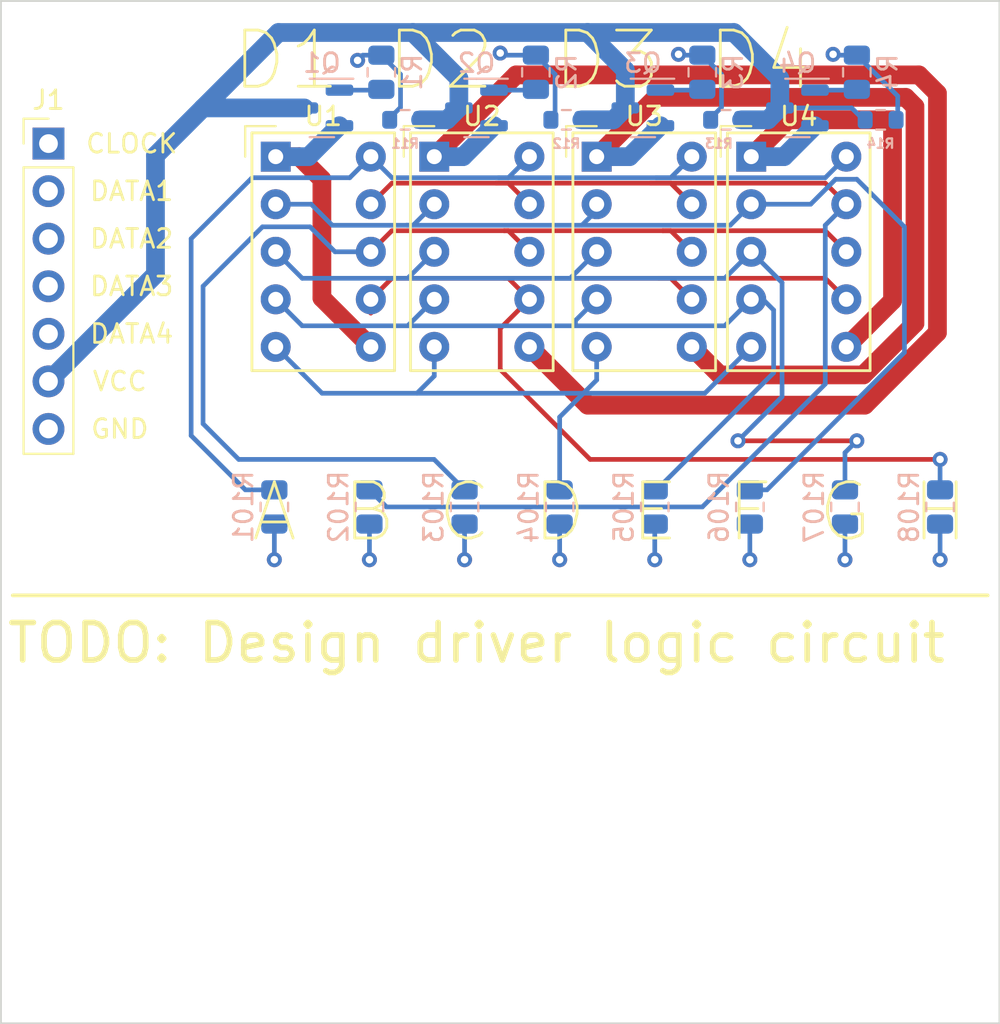
<source format=kicad_pcb>
(kicad_pcb (version 20211014) (generator pcbnew)
  (layers (0 "F.Cu" signal) (31 "B.Cu" signal) (34 "B.Paste" user) (35 "F.Paste" user) (36 "B.SilkS" user "B.Silkscreen") (37 "F.SilkS" user "F.Silkscreen") (38 "B.Mask" user) (39 "F.Mask" user) (44 "Edge.Cuts" user))
  (net 0 "")
  (net 1 "CLOCK")
  (net 2 "DATA1")
  (net 3 "DATA2")
  (net 4 "DATA3")
  (net 5 "DATA4")
  (net 6 "VCC")
  (net 7 "GND")
  (net 8 "Net-(Q1-Pad1)")
  (net 9 "/Display/D1")
  (net 10 "Acom")
  (net 11 "/Display/A")
  (net 12 "Bcom")
  (net 13 "/Display/B")
  (net 14 "Ccom")
  (net 15 "/Display/C")
  (net 16 "Dcom")
  (net 17 "/Display/D")
  (net 18 "Ecom")
  (net 19 "/Display/E")
  (net 20 "Fcom")
  (net 21 "/Display/F")
  (net 22 "Gcom")
  (net 23 "/Display/G")
  (net 24 "Hcom")
  (net 25 "/Display/H")
  (net 26 "Net-(Q2-Pad1)")
  (net 27 "Net-(Q2-Pad2)")
  (net 28 "Net-(Q3-Pad1)")
  (net 29 "Net-(Q3-Pad2)")
  (net 30 "Net-(Q4-Pad1)")
  (net 31 "Net-(Q4-Pad2)")
  (net 32 "/Display/D2")
  (net 33 "/Display/D3")
  (net 34 "/Display/D4")
  (net 35 "Net-(Q1-Pad2)")
  (footprint "Display_7Segment:HDSP-A151" (layer "F.Cu") (at 60.3975 21.0175)
    (fp_text reference "U4" (at 2.54 -2.159) (layer "F.SilkS"))
    (fp_text value "HDSP-7501")
    (fp_line (start 6.35 11.43) (end 6.35 -1.27) (layer "F.SilkS") (width 0.15))
    (fp_line (start -1.63 0) (end -1.63 -1.63) (layer "F.SilkS") (width 0.12))
    (fp_line (start -1.27 11.43) (end 6.35 11.43) (layer "F.SilkS") (width 0.15))
    (fp_line (start -1.63 -1.63) (end 0 -1.63) (layer "F.SilkS") (width 0.12))
    (fp_line (start -1.27 -1.27) (end -1.27 11.43) (layer "F.SilkS") (width 0.15))
    (fp_line (start 6.35 -1.27) (end -1.27 -1.27) (layer "F.SilkS") (width 0.15))
    (pad "1" thru_hole rect (at 0 0) (size 1.6 1.6) (drill 0.8) (layers *.Cu *.Mask) (net 31 "Net-(Q4-Pad2)"))
    (pad "2" thru_hole circle (at 0 2.54) (size 1.6 1.6) (drill 0.8) (layers *.Cu *.Mask) (net 20 "Fcom"))
    (pad "3" thru_hole circle (at 0 5.08) (size 1.6 1.6) (drill 0.8) (layers *.Cu *.Mask) (net 22 "Gcom"))
    (pad "4" thru_hole circle (at 0 7.62) (size 1.6 1.6) (drill 0.8) (layers *.Cu *.Mask) (net 18 "Ecom"))
    (pad "5" thru_hole circle (at 0 10.16) (size 1.6 1.6) (drill 0.8) (layers *.Cu *.Mask) (net 16 "Dcom"))
    (pad "6" thru_hole circle (at 5.08 10.16) (size 1.6 1.6) (drill 0.8) (layers *.Cu *.Mask) (net 31 "Net-(Q4-Pad2)"))
    (pad "7" thru_hole circle (at 5.08 7.62) (size 1.6 1.6) (drill 0.8) (layers *.Cu *.Mask) (net 24 "Hcom"))
    (pad "8" thru_hole circle (at 5.08 5.08) (size 1.6 1.6) (drill 0.8) (layers *.Cu *.Mask) (net 14 "Ccom"))
    (pad "9" thru_hole circle (at 5.08 2.54) (size 1.6 1.6) (drill 0.8) (layers *.Cu *.Mask) (net 12 "Bcom"))
    (pad "10" thru_hole circle (at 5.08 0) (size 1.6 1.6) (drill 0.8) (layers *.Cu *.Mask) (net 10 "Acom"))
  )
  (footprint "Display_7Segment:HDSP-A151" (layer "F.Cu") (at 34.9975 21.0175)
    (fp_text reference "U1" (at 2.54 -2.159) (layer "F.SilkS"))
    (fp_text value "HDSP-7501")
    (fp_line (start -1.27 11.43) (end 6.35 11.43) (layer "F.SilkS") (width 0.15))
    (fp_line (start -1.63 -1.63) (end 0 -1.63) (layer "F.SilkS") (width 0.12))
    (fp_line (start 6.35 11.43) (end 6.35 -1.27) (layer "F.SilkS") (width 0.15))
    (fp_line (start 6.35 -1.27) (end -1.27 -1.27) (layer "F.SilkS") (width 0.15))
    (fp_line (start -1.27 -1.27) (end -1.27 11.43) (layer "F.SilkS") (width 0.15))
    (fp_line (start -1.63 0) (end -1.63 -1.63) (layer "F.SilkS") (width 0.12))
    (pad "1" thru_hole rect (at 0 0) (size 1.6 1.6) (drill 0.8) (layers *.Cu *.Mask) (net 35 "Net-(Q1-Pad2)"))
    (pad "2" thru_hole circle (at 0 2.54) (size 1.6 1.6) (drill 0.8) (layers *.Cu *.Mask) (net 20 "Fcom"))
    (pad "3" thru_hole circle (at 0 5.08) (size 1.6 1.6) (drill 0.8) (layers *.Cu *.Mask) (net 22 "Gcom"))
    (pad "4" thru_hole circle (at 0 7.62) (size 1.6 1.6) (drill 0.8) (layers *.Cu *.Mask) (net 18 "Ecom"))
    (pad "5" thru_hole circle (at 0 10.16) (size 1.6 1.6) (drill 0.8) (layers *.Cu *.Mask) (net 16 "Dcom"))
    (pad "6" thru_hole circle (at 5.08 10.16) (size 1.6 1.6) (drill 0.8) (layers *.Cu *.Mask) (net 35 "Net-(Q1-Pad2)"))
    (pad "7" thru_hole circle (at 5.08 7.62) (size 1.6 1.6) (drill 0.8) (layers *.Cu *.Mask) (net 24 "Hcom"))
    (pad "8" thru_hole circle (at 5.08 5.08) (size 1.6 1.6) (drill 0.8) (layers *.Cu *.Mask) (net 14 "Ccom"))
    (pad "9" thru_hole circle (at 5.08 2.54) (size 1.6 1.6) (drill 0.8) (layers *.Cu *.Mask) (net 12 "Bcom"))
    (pad "10" thru_hole circle (at 5.08 0) (size 1.6 1.6) (drill 0.8) (layers *.Cu *.Mask) (net 10 "Acom"))
  )
  (footprint "Connector_PinHeader_2.54mm:PinHeader_1x07_P2.54mm_Vertical" (layer "F.Cu") (at 22.86 20.32)
    (fp_text reference "J1" (at 0 -2.33) (layer "F.SilkS"))
    (fp_text value "Conn_01x07_Male" hide)
    (fp_line (start -1.33 0) (end -1.33 -1.33) (layer "F.SilkS") (width 0.12))
    (fp_line (start -1.33 1.27) (end 1.33 1.27) (layer "F.SilkS") (width 0.12))
    (fp_line (start -1.33 -1.33) (end 0 -1.33) (layer "F.SilkS") (width 0.12))
    (fp_line (start -1.33 16.57) (end 1.33 16.57) (layer "F.SilkS") (width 0.12))
    (fp_line (start 1.33 1.27) (end 1.33 16.57) (layer "F.SilkS") (width 0.12))
    (fp_line (start -1.33 1.27) (end -1.33 16.57) (layer "F.SilkS") (width 0.12))
    (pad "1" thru_hole rect (at 0 0) (size 1.7 1.7) (drill 1) (layers *.Cu *.Mask) (net 1 "CLOCK"))
    (pad "2" thru_hole oval (at 0 2.54) (size 1.7 1.7) (drill 1) (layers *.Cu *.Mask) (net 2 "DATA1"))
    (pad "3" thru_hole oval (at 0 5.08) (size 1.7 1.7) (drill 1) (layers *.Cu *.Mask) (net 3 "DATA2"))
    (pad "4" thru_hole oval (at 0 7.62) (size 1.7 1.7) (drill 1) (layers *.Cu *.Mask) (net 4 "DATA3"))
    (pad "5" thru_hole oval (at 0 10.16) (size 1.7 1.7) (drill 1) (layers *.Cu *.Mask) (net 5 "DATA4"))
    (pad "6" thru_hole oval (at 0 12.7) (size 1.7 1.7) (drill 1) (layers *.Cu *.Mask) (net 6 "VCC"))
    (pad "7" thru_hole oval (at 0 15.24) (size 1.7 1.7) (drill 1) (layers *.Cu *.Mask) (net 7 "GND"))
  )
  (footprint "Display_7Segment:HDSP-A151" (layer "F.Cu") (at 52.1425 21.0175)
    (fp_text reference "U3" (at 2.54 -2.159) (layer "F.SilkS"))
    (fp_text value "HDSP-7501")
    (fp_line (start -1.27 11.43) (end 6.35 11.43) (layer "F.SilkS") (width 0.15))
    (fp_line (start -1.27 -1.27) (end -1.27 11.43) (layer "F.SilkS") (width 0.15))
    (fp_line (start 6.35 -1.27) (end -1.27 -1.27) (layer "F.SilkS") (width 0.15))
    (fp_line (start -1.63 0) (end -1.63 -1.63) (layer "F.SilkS") (width 0.12))
    (fp_line (start 6.35 11.43) (end 6.35 -1.27) (layer "F.SilkS") (width 0.15))
    (fp_line (start -1.63 -1.63) (end 0 -1.63) (layer "F.SilkS") (width 0.12))
    (pad "1" thru_hole rect (at 0 0) (size 1.6 1.6) (drill 0.8) (layers *.Cu *.Mask) (net 29 "Net-(Q3-Pad2)"))
    (pad "2" thru_hole circle (at 0 2.54) (size 1.6 1.6) (drill 0.8) (layers *.Cu *.Mask) (net 20 "Fcom"))
    (pad "3" thru_hole circle (at 0 5.08) (size 1.6 1.6) (drill 0.8) (layers *.Cu *.Mask) (net 22 "Gcom"))
    (pad "4" thru_hole circle (at 0 7.62) (size 1.6 1.6) (drill 0.8) (layers *.Cu *.Mask) (net 18 "Ecom"))
    (pad "5" thru_hole circle (at 0 10.16) (size 1.6 1.6) (drill 0.8) (layers *.Cu *.Mask) (net 16 "Dcom"))
    (pad "6" thru_hole circle (at 5.08 10.16) (size 1.6 1.6) (drill 0.8) (layers *.Cu *.Mask) (net 29 "Net-(Q3-Pad2)"))
    (pad "7" thru_hole circle (at 5.08 7.62) (size 1.6 1.6) (drill 0.8) (layers *.Cu *.Mask) (net 24 "Hcom"))
    (pad "8" thru_hole circle (at 5.08 5.08) (size 1.6 1.6) (drill 0.8) (layers *.Cu *.Mask) (net 14 "Ccom"))
    (pad "9" thru_hole circle (at 5.08 2.54) (size 1.6 1.6) (drill 0.8) (layers *.Cu *.Mask) (net 12 "Bcom"))
    (pad "10" thru_hole circle (at 5.08 0) (size 1.6 1.6) (drill 0.8) (layers *.Cu *.Mask) (net 10 "Acom"))
  )
  (footprint "Display_7Segment:HDSP-A151" (layer "F.Cu") (at 43.4675 21.0175)
    (fp_text reference "U2" (at 2.54 -2.159) (layer "F.SilkS"))
    (fp_text value "HDSP-7501")
    (fp_line (start -1.63 -1.63) (end 0 -1.63) (layer "F.SilkS") (width 0.12))
    (fp_line (start 6.35 -1.27) (end -1.27 -1.27) (layer "F.SilkS") (width 0.15))
    (fp_line (start -1.63 0) (end -1.63 -1.63) (layer "F.SilkS") (width 0.12))
    (fp_line (start 6.35 11.43) (end 6.35 -1.27) (layer "F.SilkS") (width 0.15))
    (fp_line (start -1.27 -1.27) (end -1.27 11.43) (layer "F.SilkS") (width 0.15))
    (fp_line (start -1.27 11.43) (end 6.35 11.43) (layer "F.SilkS") (width 0.15))
    (pad "1" thru_hole rect (at 0 0) (size 1.6 1.6) (drill 0.8) (layers *.Cu *.Mask) (net 27 "Net-(Q2-Pad2)"))
    (pad "2" thru_hole circle (at 0 2.54) (size 1.6 1.6) (drill 0.8) (layers *.Cu *.Mask) (net 20 "Fcom"))
    (pad "3" thru_hole circle (at 0 5.08) (size 1.6 1.6) (drill 0.8) (layers *.Cu *.Mask) (net 22 "Gcom"))
    (pad "4" thru_hole circle (at 0 7.62) (size 1.6 1.6) (drill 0.8) (layers *.Cu *.Mask) (net 18 "Ecom"))
    (pad "5" thru_hole circle (at 0 10.16) (size 1.6 1.6) (drill 0.8) (layers *.Cu *.Mask) (net 16 "Dcom"))
    (pad "6" thru_hole circle (at 5.08 10.16) (size 1.6 1.6) (drill 0.8) (layers *.Cu *.Mask) (net 27 "Net-(Q2-Pad2)"))
    (pad "7" thru_hole circle (at 5.08 7.62) (size 1.6 1.6) (drill 0.8) (layers *.Cu *.Mask) (net 24 "Hcom"))
    (pad "8" thru_hole circle (at 5.08 5.08) (size 1.6 1.6) (drill 0.8) (layers *.Cu *.Mask) (net 14 "Ccom"))
    (pad "9" thru_hole circle (at 5.08 2.54) (size 1.6 1.6) (drill 0.8) (layers *.Cu *.Mask) (net 12 "Bcom"))
    (pad "10" thru_hole circle (at 5.08 0) (size 1.6 1.6) (drill 0.8) (layers *.Cu *.Mask) (net 10 "Acom"))
  )
  (footprint "Resistor_SMD:R_0805_2012Metric" (layer "B.Cu") (at 48.895 16.51 90)
    (fp_text reference "R2" (at 0 1.65 90) (layer "B.SilkS") (effects (justify mirror)))
    (fp_text value "1k")
    (fp_line (start -0.227064 0.735) (end 0.227064 0.735) (layer "B.SilkS") (width 0.12))
    (fp_line (start -0.227064 -0.735) (end 0.227064 -0.735) (layer "B.SilkS") (width 0.12))
    (pad "1" smd roundrect (at -0.9125 0 90) (size 1.025 1.4) (layers "B.Cu" "B.Paste" "B.Mask") (roundrect_rratio 0.243902) (net 26 "Net-(Q2-Pad1)"))
    (pad "2" smd roundrect (at 0.9125 0 90) (size 1.025 1.4) (layers "B.Cu" "B.Paste" "B.Mask") (roundrect_rratio 0.243902) (net 32 "/Display/D2"))
  )
  (footprint "Resistor_SMD:R_0805_2012Metric" (layer "B.Cu") (at 40.64 16.51 90)
    (fp_text reference "R1" (at 0 1.65 90) (layer "B.SilkS") (effects (justify mirror)))
    (fp_text value "1k")
    (fp_line (start -0.227064 0.735) (end 0.227064 0.735) (layer "B.SilkS") (width 0.12))
    (fp_line (start -0.227064 -0.735) (end 0.227064 -0.735) (layer "B.SilkS") (width 0.12))
    (pad "1" smd roundrect (at -0.9125 0 90) (size 1.025 1.4) (layers "B.Cu" "B.Paste" "B.Mask") (roundrect_rratio 0.243902) (net 8 "Net-(Q1-Pad1)"))
    (pad "2" smd roundrect (at 0.9125 0 90) (size 1.025 1.4) (layers "B.Cu" "B.Paste" "B.Mask") (roundrect_rratio 0.243902) (net 9 "/Display/D1"))
  )
  (footprint "Resistor_SMD:R_0603_1608Metric" (layer "B.Cu") (at 41.91 19.05)
    (fp_text reference "R11" (at 0 1.27 180) (layer "B.SilkS") (effects (font (size 0.5 0.5) (thickness 0.125)) (justify mirror)))
    (fp_text value "10k")
    (fp_line (start -0.237258 0.5225) (end 0.237258 0.5225) (layer "B.SilkS") (width 0.12))
    (fp_line (start -0.237258 -0.5225) (end 0.237258 -0.5225) (layer "B.SilkS") (width 0.12))
    (pad "1" smd roundrect (at -0.825 0) (size 0.8 0.95) (layers "B.Cu" "B.Paste" "B.Mask") (net 9 "/Display/D1"))
    (pad "2" smd roundrect (at 0.825 0) (size 0.8 0.95) (layers "B.Cu" "B.Paste" "B.Mask") (net 6 "VCC"))
  )
  (footprint "Resistor_SMD:R_0805_2012Metric" (layer "B.Cu") (at 66.04 16.51 90)
    (fp_text reference "R4" (at 0 1.65 90) (layer "B.SilkS") (effects (justify mirror)))
    (fp_text value "1k")
    (fp_line (start -0.227064 -0.735) (end 0.227064 -0.735) (layer "B.SilkS") (width 0.12))
    (fp_line (start -0.227064 0.735) (end 0.227064 0.735) (layer "B.SilkS") (width 0.12))
    (pad "1" smd roundrect (at -0.9125 0 90) (size 1.025 1.4) (layers "B.Cu" "B.Paste" "B.Mask") (roundrect_rratio 0.243902) (net 30 "Net-(Q4-Pad1)"))
    (pad "2" smd roundrect (at 0.9125 0 90) (size 1.025 1.4) (layers "B.Cu" "B.Paste" "B.Mask") (roundrect_rratio 0.243902) (net 34 "/Display/D4"))
  )
  (footprint "Resistor_SMD:R_0805_2012Metric" (layer "B.Cu") (at 50.165 39.7275 -90)
    (fp_text reference "R104" (at 0 1.65 90) (layer "B.SilkS") (effects (justify mirror)))
    (fp_text value "500")
    (fp_line (start -0.227064 -0.735) (end 0.227064 -0.735) (layer "B.SilkS") (width 0.12))
    (fp_line (start -0.227064 0.735) (end 0.227064 0.735) (layer "B.SilkS") (width 0.12))
    (pad "1" smd roundrect (at -0.9125 0 270) (size 1.025 1.4) (layers "B.Cu" "B.Paste" "B.Mask") (roundrect_rratio 0.243902) (net 16 "Dcom"))
    (pad "2" smd roundrect (at 0.9125 0 270) (size 1.025 1.4) (layers "B.Cu" "B.Paste" "B.Mask") (roundrect_rratio 0.243902) (net 17 "/Display/D"))
  )
  (footprint "Resistor_SMD:R_0805_2012Metric" (layer "B.Cu") (at 60.325 39.7275 -90)
    (fp_text reference "R106" (at 0 1.65 90) (layer "B.SilkS") (effects (justify mirror)))
    (fp_text value "500")
    (fp_line (start -0.227064 -0.735) (end 0.227064 -0.735) (layer "B.SilkS") (width 0.12))
    (fp_line (start -0.227064 0.735) (end 0.227064 0.735) (layer "B.SilkS") (width 0.12))
    (pad "1" smd roundrect (at -0.9125 0 270) (size 1.025 1.4) (layers "B.Cu" "B.Paste" "B.Mask") (roundrect_rratio 0.243902) (net 20 "Fcom"))
    (pad "2" smd roundrect (at 0.9125 0 270) (size 1.025 1.4) (layers "B.Cu" "B.Paste" "B.Mask") (roundrect_rratio 0.243902) (net 21 "/Display/F"))
  )
  (footprint "Resistor_SMD:R_0805_2012Metric" (layer "B.Cu") (at 57.785 16.51 90)
    (fp_text reference "R3" (at 0 1.65 90) (layer "B.SilkS") (effects (justify mirror)))
    (fp_text value "1k")
    (fp_line (start -0.227064 -0.735) (end 0.227064 -0.735) (layer "B.SilkS") (width 0.12))
    (fp_line (start -0.227064 0.735) (end 0.227064 0.735) (layer "B.SilkS") (width 0.12))
    (pad "1" smd roundrect (at -0.9125 0 90) (size 1.025 1.4) (layers "B.Cu" "B.Paste" "B.Mask") (roundrect_rratio 0.243902) (net 28 "Net-(Q3-Pad1)"))
    (pad "2" smd roundrect (at 0.9125 0 90) (size 1.025 1.4) (layers "B.Cu" "B.Paste" "B.Mask") (roundrect_rratio 0.243902) (net 33 "/Display/D3"))
  )
  (footprint "Package_TO_SOT_SMD:SOT-23" (layer "B.Cu") (at 62.865 18.415 180)
    (fp_text reference "Q4" (at 0 2.4) (layer "B.SilkS") (effects (justify mirror)))
    (fp_text value "Q_PNP_BCE")
    (fp_line (start 0 1.56) (end 0.65 1.56) (layer "B.SilkS") (width 0.12))
    (fp_line (start 0 1.56) (end -1.675 1.56) (layer "B.SilkS") (width 0.12))
    (fp_line (start 0 -1.56) (end -0.65 -1.56) (layer "B.SilkS") (width 0.12))
    (fp_line (start 0 -1.56) (end 0.65 -1.56) (layer "B.SilkS") (width 0.12))
    (pad "1" smd roundrect (at -0.9375 0.95 180) (size 1.475 0.6) (layers "B.Cu" "B.Paste" "B.Mask") (net 30 "Net-(Q4-Pad1)"))
    (pad "2" smd roundrect (at -0.9375 -0.95 180) (size 1.475 0.6) (layers "B.Cu" "B.Paste" "B.Mask") (net 31 "Net-(Q4-Pad2)"))
    (pad "3" smd roundrect (at 0.9375 0 180) (size 1.475 0.6) (layers "B.Cu" "B.Paste" "B.Mask") (net 6 "VCC"))
  )
  (footprint "Resistor_SMD:R_0805_2012Metric" (layer "B.Cu") (at 70.485 39.7275 -90)
    (fp_text reference "R108" (at 0 1.65 90) (layer "B.SilkS") (effects (justify mirror)))
    (fp_text value "500")
    (fp_line (start -0.227064 -0.735) (end 0.227064 -0.735) (layer "B.SilkS") (width 0.12))
    (fp_line (start -0.227064 0.735) (end 0.227064 0.735) (layer "B.SilkS") (width 0.12))
    (pad "1" smd roundrect (at -0.9125 0 270) (size 1.025 1.4) (layers "B.Cu" "B.Paste" "B.Mask") (roundrect_rratio 0.243902) (net 24 "Hcom"))
    (pad "2" smd roundrect (at 0.9125 0 270) (size 1.025 1.4) (layers "B.Cu" "B.Paste" "B.Mask") (roundrect_rratio 0.243902) (net 25 "/Display/H"))
  )
  (footprint "Resistor_SMD:R_0805_2012Metric" (layer "B.Cu") (at 34.925 39.7275 -90)
    (fp_text reference "R101" (at 0 1.65 90) (layer "B.SilkS") (effects (justify mirror)))
    (fp_text value "500")
    (fp_line (start -0.227064 0.735) (end 0.227064 0.735) (layer "B.SilkS") (width 0.12))
    (fp_line (start -0.227064 -0.735) (end 0.227064 -0.735) (layer "B.SilkS") (width 0.12))
    (pad "1" smd roundrect (at -0.9125 0 270) (size 1.025 1.4) (layers "B.Cu" "B.Paste" "B.Mask") (roundrect_rratio 0.243902) (net 10 "Acom"))
    (pad "2" smd roundrect (at 0.9125 0 270) (size 1.025 1.4) (layers "B.Cu" "B.Paste" "B.Mask") (roundrect_rratio 0.243902) (net 11 "/Display/A"))
  )
  (footprint "Resistor_SMD:R_0603_1608Metric" (layer "B.Cu") (at 59.055 19.05)
    (fp_text reference "R13" (at -0.381 1.27 180) (layer "B.SilkS") (effects (font (size 0.5 0.5) (thickness 0.125)) (justify mirror)))
    (fp_text value "10k")
    (fp_line (start -0.237258 -0.5225) (end 0.237258 -0.5225) (layer "B.SilkS") (width 0.12))
    (fp_line (start -0.237258 0.5225) (end 0.237258 0.5225) (layer "B.SilkS") (width 0.12))
    (pad "1" smd roundrect (at -0.825 0) (size 0.8 0.95) (layers "B.Cu" "B.Paste" "B.Mask") (net 33 "/Display/D3"))
    (pad "2" smd roundrect (at 0.825 0) (size 0.8 0.95) (layers "B.Cu" "B.Paste" "B.Mask") (net 6 "VCC"))
  )
  (footprint "Package_TO_SOT_SMD:SOT-23" (layer "B.Cu") (at 45.72 18.415 180)
    (fp_text reference "Q2" (at 0 2.4) (layer "B.SilkS") (effects (justify mirror)))
    (fp_text value "Q_PNP_BCE")
    (fp_line (start 0 -1.56) (end 0.65 -1.56) (layer "B.SilkS") (width 0.12))
    (fp_line (start 0 -1.56) (end -0.65 -1.56) (layer "B.SilkS") (width 0.12))
    (fp_line (start 0 1.56) (end 0.65 1.56) (layer "B.SilkS") (width 0.12))
    (fp_line (start 0 1.56) (end -1.675 1.56) (layer "B.SilkS") (width 0.12))
    (pad "1" smd roundrect (at -0.9375 0.95 180) (size 1.475 0.6) (layers "B.Cu" "B.Paste" "B.Mask") (net 26 "Net-(Q2-Pad1)"))
    (pad "2" smd roundrect (at -0.9375 -0.95 180) (size 1.475 0.6) (layers "B.Cu" "B.Paste" "B.Mask") (net 27 "Net-(Q2-Pad2)"))
    (pad "3" smd roundrect (at 0.9375 0 180) (size 1.475 0.6) (layers "B.Cu" "B.Paste" "B.Mask") (net 6 "VCC"))
  )
  (footprint "Resistor_SMD:R_0603_1608Metric" (layer "B.Cu") (at 50.5225 19.05)
    (fp_text reference "R12" (at 0 1.27 180) (layer "B.SilkS") (effects (font (size 0.5 0.5) (thickness 0.125)) (justify mirror)))
    (fp_text value "10k")
    (fp_line (start -0.237258 0.5225) (end 0.237258 0.5225) (layer "B.SilkS") (width 0.12))
    (fp_line (start -0.237258 -0.5225) (end 0.237258 -0.5225) (layer "B.SilkS") (width 0.12))
    (pad "1" smd roundrect (at -0.825 0) (size 0.8 0.95) (layers "B.Cu" "B.Paste" "B.Mask") (net 32 "/Display/D2"))
    (pad "2" smd roundrect (at 0.825 0) (size 0.8 0.95) (layers "B.Cu" "B.Paste" "B.Mask") (net 6 "VCC"))
  )
  (footprint "Resistor_SMD:R_0805_2012Metric" (layer "B.Cu") (at 55.245 39.7275 -90)
    (fp_text reference "R105" (at 0 1.65 90) (layer "B.SilkS") (effects (justify mirror)))
    (fp_text value "500")
    (fp_line (start -0.227064 -0.735) (end 0.227064 -0.735) (layer "B.SilkS") (width 0.12))
    (fp_line (start -0.227064 0.735) (end 0.227064 0.735) (layer "B.SilkS") (width 0.12))
    (pad "1" smd roundrect (at -0.9125 0 270) (size 1.025 1.4) (layers "B.Cu" "B.Paste" "B.Mask") (roundrect_rratio 0.243902) (net 18 "Ecom"))
    (pad "2" smd roundrect (at 0.9125 0 270) (size 1.025 1.4) (layers "B.Cu" "B.Paste" "B.Mask") (roundrect_rratio 0.243902) (net 19 "/Display/E"))
  )
  (footprint "Resistor_SMD:R_0805_2012Metric" (layer "B.Cu") (at 40.005 39.7275 -90)
    (fp_text reference "R102" (at 0 1.65 90) (layer "B.SilkS") (effects (justify mirror)))
    (fp_text value "500")
    (fp_line (start -0.227064 0.735) (end 0.227064 0.735) (layer "B.SilkS") (width 0.12))
    (fp_line (start -0.227064 -0.735) (end 0.227064 -0.735) (layer "B.SilkS") (width 0.12))
    (pad "1" smd roundrect (at -0.9125 0 270) (size 1.025 1.4) (layers "B.Cu" "B.Paste" "B.Mask") (roundrect_rratio 0.243902) (net 12 "Bcom"))
    (pad "2" smd roundrect (at 0.9125 0 270) (size 1.025 1.4) (layers "B.Cu" "B.Paste" "B.Mask") (roundrect_rratio 0.243902) (net 13 "/Display/B"))
  )
  (footprint "Resistor_SMD:R_0805_2012Metric" (layer "B.Cu") (at 45.085 39.7275 -90)
    (fp_text reference "R103" (at 0 1.65 90) (layer "B.SilkS") (effects (justify mirror)))
    (fp_text value "500")
    (fp_line (start -0.227064 0.735) (end 0.227064 0.735) (layer "B.SilkS") (width 0.12))
    (fp_line (start -0.227064 -0.735) (end 0.227064 -0.735) (layer "B.SilkS") (width 0.12))
    (pad "1" smd roundrect (at -0.9125 0 270) (size 1.025 1.4) (layers "B.Cu" "B.Paste" "B.Mask") (roundrect_rratio 0.243902) (net 14 "Ccom"))
    (pad "2" smd roundrect (at 0.9125 0 270) (size 1.025 1.4) (layers "B.Cu" "B.Paste" "B.Mask") (roundrect_rratio 0.243902) (net 15 "/Display/C"))
  )
  (footprint "Resistor_SMD:R_0603_1608Metric" (layer "B.Cu") (at 67.31 19.05 180)
    (fp_text reference "R14" (at 0 -1.27) (layer "B.SilkS") (effects (font (size 0.5 0.5) (thickness 0.125)) (justify mirror)))
    (fp_text value "10k")
    (fp_line (start -0.237258 -0.5225) (end 0.237258 -0.5225) (layer "B.SilkS") (width 0.12))
    (fp_line (start -0.237258 0.5225) (end 0.237258 0.5225) (layer "B.SilkS") (width 0.12))
    (pad "1" smd roundrect (at -0.825 0 180) (size 0.8 0.95) (layers "B.Cu" "B.Paste" "B.Mask") (net 34 "/Display/D4"))
    (pad "2" smd roundrect (at 0.825 0 180) (size 0.8 0.95) (layers "B.Cu" "B.Paste" "B.Mask") (net 6 "VCC"))
  )
  (footprint "Package_TO_SOT_SMD:SOT-23" (layer "B.Cu") (at 37.465 18.415 180)
    (fp_text reference "Q1" (at 0 2.4) (layer "B.SilkS") (effects (justify mirror)))
    (fp_text value "Q_PNP_BCE")
    (fp_line (start 0 -1.56) (end -0.65 -1.56) (layer "B.SilkS") (width 0.12))
    (fp_line (start 0 1.56) (end 0.65 1.56) (layer "B.SilkS") (width 0.12))
    (fp_line (start 0 -1.56) (end 0.65 -1.56) (layer "B.SilkS") (width 0.12))
    (fp_line (start 0 1.56) (end -1.675 1.56) (layer "B.SilkS") (width 0.12))
    (pad "1" smd roundrect (at -0.9375 0.95 180) (size 1.475 0.6) (layers "B.Cu" "B.Paste" "B.Mask") (net 8 "Net-(Q1-Pad1)"))
    (pad "2" smd roundrect (at -0.9375 -0.95 180) (size 1.475 0.6) (layers "B.Cu" "B.Paste" "B.Mask") (net 35 "Net-(Q1-Pad2)"))
    (pad "3" smd roundrect (at 0.9375 0 180) (size 1.475 0.6) (layers "B.Cu" "B.Paste" "B.Mask") (net 6 "VCC"))
  )
  (footprint "Package_TO_SOT_SMD:SOT-23" (layer "B.Cu") (at 54.61 18.415 180)
    (fp_text reference "Q3" (at 0 2.4) (layer "B.SilkS") (effects (justify mirror)))
    (fp_text value "Q_PNP_BCE")
    (fp_line (start 0 -1.56) (end 0.65 -1.56) (layer "B.SilkS") (width 0.12))
    (fp_line (start 0 1.56) (end 0.65 1.56) (layer "B.SilkS") (width 0.12))
    (fp_line (start 0 1.56) (end -1.675 1.56) (layer "B.SilkS") (width 0.12))
    (fp_line (start 0 -1.56) (end -0.65 -1.56) (layer "B.SilkS") (width 0.12))
    (pad "1" smd roundrect (at -0.9375 0.95 180) (size 1.475 0.6) (layers "B.Cu" "B.Paste" "B.Mask") (net 28 "Net-(Q3-Pad1)"))
    (pad "2" smd roundrect (at -0.9375 -0.95 180) (size 1.475 0.6) (layers "B.Cu" "B.Paste" "B.Mask") (net 29 "Net-(Q3-Pad2)"))
    (pad "3" smd roundrect (at 0.9375 0 180) (size 1.475 0.6) (layers "B.Cu" "B.Paste" "B.Mask") (net 6 "VCC"))
  )
  (footprint "Resistor_SMD:R_0805_2012Metric" (layer "B.Cu") (at 65.405 39.7275 -90)
    (fp_text reference "R107" (at 0 1.65 90) (layer "B.SilkS") (effects (justify mirror)))
    (fp_text value "500")
    (fp_line (start -0.227064 0.735) (end 0.227064 0.735) (layer "B.SilkS") (width 0.12))
    (fp_line (start -0.227064 -0.735) (end 0.227064 -0.735) (layer "B.SilkS") (width 0.12))
    (pad "1" smd roundrect (at -0.9125 0 270) (size 1.025 1.4) (layers "B.Cu" "B.Paste" "B.Mask") (roundrect_rratio 0.243902) (net 22 "Gcom"))
    (pad "2" smd roundrect (at 0.9125 0 270) (size 1.025 1.4) (layers "B.Cu" "B.Paste" "B.Mask") (roundrect_rratio 0.243902) (net 23 "/Display/G"))
  )
  (gr_line (start 20.955 44.45) (end 73.025 44.45) (layer "F.SilkS") (width 0.2))
  (gr_rect (start 20.32 12.7) (end 73.66 67.31) (layer "Edge.Cuts") (width 0.1) (fill none))
  (gr_text "DATA1" (at 27.305 22.86) (layer "F.SilkS") (effects (font (size 1 1))))
  (gr_text "CLOCK" (at 27.305 20.32) (layer "F.SilkS") (effects (font (size 1 1))))
  (gr_text "E" (at 55.245 40.005) (layer "F.SilkS") (effects (font (size 3 3))))
  (gr_text "D1" (at 35.56 15.875) (layer "F.SilkS") (effects (font (size 3 3))))
  (gr_text "F" (at 60.325 40.005) (layer "F.SilkS") (effects (font (size 3 3))))
  (gr_text "DATA4" (at 27.305 30.48) (layer "F.SilkS") (effects (font (size 1 1))))
  (gr_text "D" (at 50.165 40.005) (layer "F.SilkS") (effects (font (size 3 3))))
  (gr_text "GND" (at 26.67 35.56) (layer "F.SilkS") (effects (font (size 1 1))))
  (gr_text "DATA3" (at 27.305 27.94) (layer "F.SilkS") (effects (font (size 1 1))))
  (gr_text "D2" (at 43.815 15.875) (layer "F.SilkS") (effects (font (size 3 3))))
  (gr_text "B" (at 40.005 40.005) (layer "F.SilkS") (effects (font (size 3 3))))
  (gr_text "TODO: Design driver logic circuit" (at 45.72 46.99) (layer "F.SilkS") (effects (font (size 2 2) (thickness 0.3))))
  (gr_text "DATA2" (at 27.305 25.4) (layer "F.SilkS") (effects (font (size 1 1))))
  (gr_text "H" (at 70.485 40.005) (layer "F.SilkS") (effects (font (size 3 3))))
  (gr_text "G" (at 65.405 40.005) (layer "F.SilkS") (effects (font (size 3 3))))
  (gr_text "C" (at 45.085 40.005) (layer "F.SilkS") (effects (font (size 3 3))))
  (gr_text "D3" (at 52.705 15.875) (layer "F.SilkS") (effects (font (size 3 3))))
  (gr_text "A" (at 34.925 40.005) (layer "F.SilkS") (effects (font (size 3 3))))
  (gr_text "D4" (at 60.96 15.875) (layer "F.SilkS") (effects (font (size 3 3))))
  (gr_text "VCC" (at 26.67 33.02) (layer "F.SilkS") (effects (font (size 1 1))))
  (segment (start 35.14452 14.38548) (end 42.32548 14.38548) (width 1) (layer "B.Cu") (net 6))
  (segment (start 53.6725 16.40346) (end 51.65452 14.38548) (width 1) (layer "B.Cu") (net 6))
  (segment (start 59.9675 19.05) (end 61.2925 19.05) (width 0.25) (layer "B.Cu") (net 6))
  (segment (start 51.65452 14.38548) (end 59.47048 14.38548) (width 1) (layer "B.Cu") (net 6))
  (segment (start 51.435 19.05) (end 53.0375 19.05) (width 0.25) (layer "B.Cu") (net 6))
  (segment (start 44.7825 18.415) (end 44.7825 16.8425) (width 1) (layer "B.Cu") (net 6))
  (segment (start 28.575 27.305) (end 28.575 20.955) (width 1) (layer "B.Cu") (net 6))
  (segment (start 31.115 18.415) (end 36.5275 18.415) (width 1) (layer "B.Cu") (net 6))
  (segment (start 42.8225 19.05) (end 44.1475 19.05) (width 0.25) (layer "B.Cu") (net 6))
  (segment (start 42.32548 14.38548) (end 51.65452 14.38548) (width 1) (layer "B.Cu") (net 6))
  (segment (start 61.2925 19.05) (end 61.9275 18.415) (width 1) (layer "B.Cu") (net 6))
  (segment (start 51.3475 19.05) (end 53.0375 19.05) (width 1) (layer "B.Cu") (net 6))
  (segment (start 44.1475 19.05) (end 44.7825 18.415) (width 1) (layer "B.Cu") (net 6))
  (segment (start 53.6725 18.415) (end 53.6725 16.40346) (width 1) (layer "B.Cu") (net 6))
  (segment (start 53.0375 19.05) (end 53.6725 18.415) (width 1) (layer "B.Cu") (net 6))
  (segment (start 59.47048 14.38548) (end 61.9275 16.8425) (width 1) (layer "B.Cu") (net 6))
  (segment (start 65.7625 18.415) (end 66.3975 19.05) (width 0.25) (layer "B.Cu") (net 6))
  (segment (start 22.86 33.02) (end 28.575 27.305) (width 1) (layer "B.Cu") (net 6))
  (segment (start 61.9275 16.8425) (end 61.9275 18.415) (width 1) (layer "B.Cu") (net 6))
  (segment (start 44.7825 16.8425) (end 42.32548 14.38548) (width 1) (layer "B.Cu") (net 6))
  (segment (start 59.88 19.05) (end 61.2925 19.05) (width 1) (layer "B.Cu") (net 6))
  (segment (start 28.575 20.955) (end 31.115 18.415) (width 1) (layer "B.Cu") (net 6))
  (segment (start 61.9275 18.415) (end 65.7625 18.415) (width 0.25) (layer "B.Cu") (net 6))
  (segment (start 31.115 18.415) (end 35.14452 14.38548) (width 1) (layer "B.Cu") (net 6))
  (segment (start 42.735 19.05) (end 44.1475 19.05) (width 1) (layer "B.Cu") (net 6))
  (segment (start 40.5975 17.465) (end 40.64 17.4225) (width 0.25) (layer "B.Cu") (net 8))
  (segment (start 38.4025 17.465) (end 40.5975 17.465) (width 0.25) (layer "B.Cu") (net 8))
  (via (at 39.37 15.875) (size 0.8) (drill 0.4) (layers "F.Cu" "B.Cu") (net 9))
  (segment (start 40.9975 19.05) (end 41.66452 18.38298) (width 0.25) (layer "B.Cu") (net 9))
  (segment (start 40.64 15.5975) (end 39.6475 15.5975) (width 0.25) (layer "B.Cu") (net 9))
  (segment (start 39.6475 15.5975) (end 39.37 15.875) (width 0.25) (layer "B.Cu") (net 9))
  (segment (start 41.66452 18.38298) (end 41.66452 16.62202) (width 0.25) (layer "B.Cu") (net 9))
  (segment (start 41.66452 16.62202) (end 40.64 15.5975) (width 0.25) (layer "B.Cu") (net 9))
  (segment (start 40.0775 21.0175) (end 41.202011 22.142011) (width 0.25) (layer "B.Cu") (net 10))
  (segment (start 30.48 35.9175) (end 30.48 25.4) (width 0.25) (layer "B.Cu") (net 10))
  (segment (start 33.737989 22.142011) (end 38.952989 22.142011) (width 0.25) (layer "B.Cu") (net 10))
  (segment (start 64.352989 22.142011) (end 65.4775 21.0175) (width 0.25) (layer "B.Cu") (net 10))
  (segment (start 48.5475 21.0175) (end 47.422989 22.142011) (width 0.25) (layer "B.Cu") (net 10))
  (segment (start 56.097989 22.142011) (end 55.327989 22.142011) (width 0.25) (layer "B.Cu") (net 10))
  (segment (start 46.907011 22.142011) (end 55.327989 22.142011) (width 0.25) (layer "B.Cu") (net 10))
  (segment (start 55.327989 22.142011) (end 64.352989 22.142011) (width 0.25) (layer "B.Cu") (net 10))
  (segment (start 34.925 38.815) (end 33.3775 38.815) (width 0.25) (layer "B.Cu") (net 10))
  (segment (start 33.3775 38.815) (end 30.48 35.9175) (width 0.25) (layer "B.Cu") (net 10))
  (segment (start 41.202011 22.142011) (end 46.907011 22.142011) (width 0.25) (layer "B.Cu") (net 10))
  (segment (start 30.48 25.4) (end 33.737989 22.142011) (width 0.25) (layer "B.Cu") (net 10))
  (segment (start 47.422989 22.142011) (end 46.907011 22.142011) (width 0.25) (layer "B.Cu") (net 10))
  (segment (start 38.952989 22.142011) (end 40.0775 21.0175) (width 0.25) (layer "B.Cu") (net 10))
  (segment (start 57.2225 21.0175) (end 56.097989 22.142011) (width 0.25) (layer "B.Cu") (net 10))
  (via (at 34.925 42.545) (size 0.8) (drill 0.4) (layers "F.Cu" "B.Cu") (net 11))
  (segment (start 34.925 40.64) (end 34.925 42.545) (width 0.25) (layer "B.Cu") (net 11))
  (segment (start 41.202011 22.432989) (end 46.782011 22.432989) (width 0.25) (layer "F.Cu") (net 12))
  (segment (start 57.2225 23.5575) (end 56.097989 22.432989) (width 0.25) (layer "F.Cu") (net 12))
  (segment (start 56.097989 22.432989) (end 55.037011 22.432989) (width 0.25) (layer "F.Cu") (net 12))
  (segment (start 40.0775 23.5575) (end 41.202011 22.432989) (width 0.25) (layer "F.Cu") (net 12))
  (segment (start 55.037011 22.432989) (end 64.352989 22.432989) (width 0.25) (layer "F.Cu") (net 12))
  (segment (start 47.422989 22.432989) (end 46.782011 22.432989) (width 0.25) (layer "F.Cu") (net 12))
  (segment (start 48.5475 23.5575) (end 47.422989 22.432989) (width 0.25) (layer "F.Cu") (net 12))
  (segment (start 64.352989 22.432989) (end 65.4775 23.5575) (width 0.25) (layer "F.Cu") (net 12))
  (segment (start 46.782011 22.432989) (end 55.037011 22.432989) (width 0.25) (layer "F.Cu") (net 12))
  (segment (start 57.785 39.7275) (end 40.9175 39.7275) (width 0.25) (layer "B.Cu") (net 12))
  (segment (start 64.352989 24.682011) (end 64.352989 33.159511) (width 0.25) (layer "B.Cu") (net 12))
  (segment (start 64.352989 33.159511) (end 57.785 39.7275) (width 0.25) (layer "B.Cu") (net 12))
  (segment (start 65.4775 23.5575) (end 64.352989 24.682011) (width 0.25) (layer "B.Cu") (net 12))
  (segment (start 40.9175 39.7275) (end 40.005 38.815) (width 0.25) (layer "B.Cu") (net 12))
  (via (at 40.005 42.545) (size 0.8) (drill 0.4) (layers "F.Cu" "B.Cu") (net 13))
  (segment (start 40.005 40.64) (end 40.005 42.545) (width 0.25) (layer "B.Cu") (net 13))
  (segment (start 47.197989 24.972989) (end 55.672011 24.972989) (width 0.25) (layer "F.Cu") (net 14))
  (segment (start 41.202011 24.972989) (end 47.197989 24.972989) (width 0.25) (layer "F.Cu") (net 14))
  (segment (start 64.352989 24.972989) (end 65.4775 26.0975) (width 0.25) (layer "F.Cu") (net 14))
  (segment (start 40.0775 26.0975) (end 41.202011 24.972989) (width 0.25) (layer "F.Cu") (net 14))
  (segment (start 47.422989 24.972989) (end 47.197989 24.972989) (width 0.25) (layer "F.Cu") (net 14))
  (segment (start 48.5475 26.0975) (end 47.422989 24.972989) (width 0.25) (layer "F.Cu") (net 14))
  (segment (start 55.672011 24.972989) (end 64.352989 24.972989) (width 0.25) (layer "F.Cu") (net 14))
  (segment (start 57.2225 26.0975) (end 56.097989 24.972989) (width 0.25) (layer "F.Cu") (net 14))
  (segment (start 56.097989 24.972989) (end 55.672011 24.972989) (width 0.25) (layer "F.Cu") (net 14))
  (segment (start 33.02 37.1875) (end 43.4575 37.1875) (width 0.25) (layer "B.Cu") (net 14))
  (segment (start 34.29 24.765) (end 31.115 27.94) (width 0.25) (layer "B.Cu") (net 14))
  (segment (start 31.115 27.94) (end 31.115 35.2825) (width 0.25) (layer "B.Cu") (net 14))
  (segment (start 36.83 24.765) (end 34.29 24.765) (width 0.25) (layer "B.Cu") (net 14))
  (segment (start 38.1625 26.0975) (end 36.83 24.765) (width 0.25) (layer "B.Cu") (net 14))
  (segment (start 43.4575 37.1875) (end 45.085 38.815) (width 0.25) (layer "B.Cu") (net 14))
  (segment (start 31.115 35.2825) (end 33.02 37.1875) (width 0.25) (layer "B.Cu") (net 14))
  (segment (start 40.0775 26.0975) (end 38.1625 26.0975) (width 0.25) (layer "B.Cu") (net 14))
  (via (at 45.085 42.545) (size 0.8) (drill 0.4) (layers "F.Cu" "B.Cu") (net 15))
  (segment (start 45.085 40.64) (end 45.085 42.545) (width 0.25) (layer "B.Cu") (net 15))
  (segment (start 37.475 33.655) (end 42.545 33.655) (width 0.25) (layer "B.Cu") (net 16))
  (segment (start 34.9975 31.1775) (end 37.475 33.655) (width 0.25) (layer "B.Cu") (net 16))
  (segment (start 42.545 33.655) (end 51.435 33.655) (width 0.25) (layer "B.Cu") (net 16))
  (segment (start 57.92 33.655) (end 60.3975 31.1775) (width 0.25) (layer "B.Cu") (net 16))
  (segment (start 43.4675 31.1775) (end 43.4675 32.7325) (width 0.25) (layer "B.Cu") (net 16))
  (segment (start 51.435 33.655) (end 57.92 33.655) (width 0.25) (layer "B.Cu") (net 16))
  (segment (start 52.1425 32.9475) (end 51.435 33.655) (width 0.25) (layer "B.Cu") (net 16))
  (segment (start 43.4675 32.7325) (end 42.545 33.655) (width 0.25) (layer "B.Cu") (net 16))
  (segment (start 50.165 34.925) (end 50.165 38.815) (width 0.25) (layer "B.Cu") (net 16))
  (segment (start 52.1425 31.1775) (end 52.1425 32.9475) (width 0.25) (layer "B.Cu") (net 16))
  (segment (start 51.435 33.655) (end 50.165 34.925) (width 0.25) (layer "B.Cu") (net 16))
  (via (at 50.165 42.545) (size 0.8) (drill 0.4) (layers "F.Cu" "B.Cu") (net 17))
  (segment (start 50.165 40.64) (end 50.165 42.545) (width 0.25) (layer "B.Cu") (net 17))
  (segment (start 55.3428 38.815) (end 61.595 32.5628) (width 0.25) (layer "B.Cu") (net 18))
  (segment (start 42.117989 30.052989) (end 51.007989 30.052989) (width 0.25) (layer "B.Cu") (net 18))
  (segment (start 42.117989 29.987011) (end 42.117989 30.052989) (width 0.25) (layer "B.Cu") (net 18))
  (segment (start 61.595 29.21) (end 61.0225 28.6375) (width 0.25) (layer "B.Cu") (net 18))
  (segment (start 58.982011 30.052989) (end 60.3975 28.6375) (width 0.25) (layer "B.Cu") (net 18))
  (segment (start 61.0225 28.6375) (end 60.3975 28.6375) (width 0.25) (layer "B.Cu") (net 18))
  (segment (start 51.007989 29.772011) (end 51.007989 30.052989) (width 0.25) (layer "B.Cu") (net 18))
  (segment (start 51.007989 30.052989) (end 58.982011 30.052989) (width 0.25) (layer "B.Cu") (net 18))
  (segment (start 34.9975 28.6375) (end 36.412989 30.052989) (width 0.25) (layer "B.Cu") (net 18))
  (segment (start 61.595 32.5628) (end 61.595 29.21) (width 0.25) (layer "B.Cu") (net 18))
  (segment (start 52.1425 28.6375) (end 51.007989 29.772011) (width 0.25) (layer "B.Cu") (net 18))
  (segment (start 43.4675 28.6375) (end 42.117989 29.987011) (width 0.25) (layer "B.Cu") (net 18))
  (segment (start 36.412989 30.052989) (end 42.117989 30.052989) (width 0.25) (layer "B.Cu") (net 18))
  (segment (start 55.245 38.815) (end 55.3428 38.815) (width 0.25) (layer "B.Cu") (net 18))
  (via (at 55.245 42.545) (size 0.8) (drill 0.4) (layers "F.Cu" "B.Cu") (net 19))
  (segment (start 55.245 40.64) (end 55.245 42.545) (width 0.25) (layer "B.Cu") (net 19))
  (segment (start 68.58 24.765) (end 68.58 31.4725) (width 0.25) (layer "B.Cu") (net 20))
  (segment (start 52.1425 23.891522) (end 51.352011 24.682011) (width 0.25) (layer "B.Cu") (net 20))
  (segment (start 66.04 22.225) (end 68.58 24.765) (width 0.25) (layer "B.Cu") (net 20))
  (segment (start 61.2375 38.815) (end 60.325 38.815) (width 0.25) (layer "B.Cu") (net 20))
  (segment (start 51.352011 24.682011) (end 59.272989 24.682011) (width 0.25) (layer "B.Cu") (net 20))
  (segment (start 63.573218 23.5575) (end 64.905718 22.225) (width 0.25) (layer "B.Cu") (net 20))
  (segment (start 41.992989 24.682011) (end 51.352011 24.682011) (width 0.25) (layer "B.Cu") (net 20))
  (segment (start 41.992989 24.682011) (end 38.017011 24.682011) (width 0.25) (layer "B.Cu") (net 20))
  (segment (start 64.905718 22.225) (end 66.04 22.225) (width 0.25) (layer "B.Cu") (net 20))
  (segment (start 60.3975 23.5575) (end 63.573218 23.5575) (width 0.25) (layer "B.Cu") (net 20))
  (segment (start 52.1425 23.5575) (end 52.1425 23.891522) (width 0.25) (layer "B.Cu") (net 20))
  (segment (start 38.017011 24.682011) (end 36.8925 23.5575) (width 0.25) (layer "B.Cu") (net 20))
  (segment (start 42.342989 24.682011) (end 41.992989 24.682011) (width 0.25) (layer "B.Cu") (net 20))
  (segment (start 36.8925 23.5575) (end 34.9975 23.5575) (width 0.25) (layer "B.Cu") (net 20))
  (segment (start 43.4675 23.5575) (end 42.342989 24.682011) (width 0.25) (layer "B.Cu") (net 20))
  (segment (start 68.58 31.4725) (end 61.2375 38.815) (width 0.25) (layer "B.Cu") (net 20))
  (segment (start 59.272989 24.682011) (end 60.3975 23.5575) (width 0.25) (layer "B.Cu") (net 20))
  (via (at 60.325 42.545) (size 0.8) (drill 0.4) (layers "F.Cu" "B.Cu") (net 21))
  (segment (start 60.325 40.64) (end 60.325 42.545) (width 0.25) (layer "B.Cu") (net 21))
  (segment (start 66.04 36.195) (end 59.69 36.195) (width 0.25) (layer "F.Cu") (net 22))
  (via (at 66.04 36.195) (size 0.8) (drill 0.4) (layers "F.Cu" "B.Cu") (net 22))
  (via (at 59.69 36.195) (size 0.8) (drill 0.4) (layers "F.Cu" "B.Cu") (net 22))
  (segment (start 58.982011 27.512989) (end 60.3975 26.0975) (width 0.25) (layer "B.Cu") (net 22))
  (segment (start 42.117989 27.447011) (end 42.117989 27.512989) (width 0.25) (layer "B.Cu") (net 22))
  (segment (start 43.4675 26.0975) (end 42.117989 27.447011) (width 0.25) (layer "B.Cu") (net 22))
  (segment (start 59.69 36.195) (end 62.04452 33.84048) (width 0.25) (layer "B.Cu") (net 22))
  (segment (start 42.117989 27.512989) (end 49.957011 27.512989) (width 0.25) (layer "B.Cu") (net 22))
  (segment (start 52.1425 26.0975) (end 50.727011 27.512989) (width 0.25) (layer "B.Cu") (net 22))
  (segment (start 36.412989 27.512989) (end 42.117989 27.512989) (width 0.25) (layer "B.Cu") (net 22))
  (segment (start 50.727011 27.512989) (end 49.957011 27.512989) (width 0.25) (layer "B.Cu") (net 22))
  (segment (start 49.957011 27.512989) (end 58.982011 27.512989) (width 0.25) (layer "B.Cu") (net 22))
  (segment (start 65.405 38.815) (end 65.405 36.83) (width 0.25) (layer "B.Cu") (net 22))
  (segment (start 62.04452 27.74452) (end 60.3975 26.0975) (width 0.25) (layer "B.Cu") (net 22))
  (segment (start 34.9975 26.0975) (end 36.412989 27.512989) (width 0.25) (layer "B.Cu") (net 22))
  (segment (start 62.04452 33.84048) (end 62.04452 27.74452) (width 0.25) (layer "B.Cu") (net 22))
  (segment (start 65.405 36.83) (end 66.04 36.195) (width 0.25) (layer "B.Cu") (net 22))
  (via (at 65.405 42.545) (size 0.8) (drill 0.4) (layers "F.Cu" "B.Cu") (net 23))
  (segment (start 65.405 40.64) (end 65.405 42.545) (width 0.25) (layer "B.Cu") (net 23))
  (segment (start 64.352989 27.512989) (end 65.4775 28.6375) (width 0.25) (layer "F.Cu") (net 24))
  (segment (start 55.452989 27.512989) (end 64.352989 27.512989) (width 0.25) (layer "F.Cu") (net 24))
  (segment (start 56.097989 27.512989) (end 55.452989 27.512989) (width 0.25) (layer "F.Cu") (net 24))
  (segment (start 40.0775 28.6375) (end 41.202011 27.512989) (width 0.25) (layer "F.Cu") (net 24))
  (segment (start 47.197989 27.512989) (end 55.452989 27.512989) (width 0.25) (layer "F.Cu") (net 24))
  (segment (start 40.0775 29.3778) (end 40.0775 28.6375) (width 0.25) (layer "F.Cu") (net 24))
  (segment (start 41.202011 27.512989) (end 47.197989 27.512989) (width 0.25) (layer "F.Cu") (net 24))
  (segment (start 70.485 37.1875) (end 51.7925 37.1875) (width 0.25) (layer "F.Cu") (net 24))
  (segment (start 51.7925 37.1875) (end 46.99 32.385) (width 0.25) (layer "F.Cu") (net 24))
  (segment (start 48.5475 28.6375) (end 47.422989 27.512989) (width 0.25) (layer "F.Cu") (net 24))
  (segment (start 47.422989 27.512989) (end 47.197989 27.512989) (width 0.25) (layer "F.Cu") (net 24))
  (segment (start 46.99 32.385) (end 46.99 30.195) (width 0.25) (layer "F.Cu") (net 24))
  (segment (start 46.99 30.195) (end 48.5475 28.6375) (width 0.25) (layer "F.Cu") (net 24))
  (segment (start 57.2225 28.6375) (end 56.097989 27.512989) (width 0.25) (layer "F.Cu") (net 24))
  (via (at 70.485 37.1875) (size 0.8) (drill 0.4) (layers "F.Cu" "B.Cu") (net 24))
  (segment (start 70.485 38.815) (end 70.485 37.1875) (width 0.25) (layer "B.Cu") (net 24))
  (via (at 70.485 42.545) (size 0.8) (drill 0.4) (layers "F.Cu" "B.Cu") (net 25))
  (segment (start 70.485 40.64) (end 70.485 42.545) (width 0.25) (layer "B.Cu") (net 25))
  (segment (start 48.8525 17.465) (end 48.895 17.4225) (width 0.25) (layer "B.Cu") (net 26))
  (segment (start 46.6575 17.465) (end 48.8525 17.465) (width 0.25) (layer "B.Cu") (net 26))
  (segment (start 69.35596 16.65096) (end 70.34404 17.63904) (width 1) (layer "F.Cu") (net 27))
  (segment (start 43.4675 21.0175) (end 47.83404 16.65096) (width 1) (layer "F.Cu") (net 27))
  (segment (start 70.34404 30.412338) (end 66.466378 34.29) (width 1) (layer "F.Cu") (net 27))
  (segment (start 70.34404 17.63904) (end 70.34404 30.412338) (width 1) (layer "F.Cu") (net 27))
  (segment (start 51.66 34.29) (end 48.5475 31.1775) (width 1) (layer "F.Cu") (net 27))
  (segment (start 47.83404 16.65096) (end 69.35596 16.65096) (width 1) (layer "F.Cu") (net 27))
  (segment (start 66.466378 34.29) (end 51.66 34.29) (width 1) (layer "F.Cu") (net 27))
  (segment (start 45.005 21.0175) (end 43.4675 21.0175) (width 1) (layer "B.Cu") (net 27))
  (segment (start 46.6575 19.365) (end 45.005 21.0175) (width 1) (layer "B.Cu") (net 27))
  (segment (start 57.7425 17.465) (end 57.785 17.4225) (width 0.25) (layer "B.Cu") (net 28))
  (segment (start 55.5475 17.465) (end 57.7425 17.465) (width 0.25) (layer "B.Cu") (net 28))
  (segment (start 55.30952 17.85048) (end 68.65048 17.85048) (width 1) (layer "F.Cu") (net 29))
  (segment (start 69.14452 29.91548) (end 66.382989 32.677011) (width 1) (layer "F.Cu") (net 29))
  (segment (start 52.1425 21.0175) (end 55.30952 17.85048) (width 1) (layer "F.Cu") (net 29))
  (segment (start 58.722011 32.677011) (end 57.2225 31.1775) (width 1) (layer "F.Cu") (net 29))
  (segment (start 66.382989 32.677011) (end 58.722011 32.677011) (width 1) (layer "F.Cu") (net 29))
  (segment (start 68.65048 17.85048) (end 69.14452 18.34452) (width 1) (layer "F.Cu") (net 29))
  (segment (start 69.14452 18.34452) (end 69.14452 29.91548) (width 1) (layer "F.Cu") (net 29))
  (segment (start 53.895 21.0175) (end 52.1425 21.0175) (width 1) (layer "B.Cu") (net 29))
  (segment (start 55.5475 19.365) (end 53.895 21.0175) (width 1) (layer "B.Cu") (net 29))
  (segment (start 63.8025 17.465) (end 65.9975 17.465) (width 0.25) (layer "B.Cu") (net 30))
  (segment (start 65.9975 17.465) (end 66.04 17.4225) (width 0.25) (layer "B.Cu") (net 30))
  (segment (start 67.945 28.71) (end 67.945 19.05) (width 1) (layer "F.Cu") (net 31))
  (segment (start 67.945 19.05) (end 62.365 19.05) (width 1) (layer "F.Cu") (net 31))
  (segment (start 65.4775 31.1775) (end 67.945 28.71) (width 1) (layer "F.Cu") (net 31))
  (segment (start 62.365 19.05) (end 60.3975 21.0175) (width 1) (layer "F.Cu") (net 31))
  (segment (start 63.8025 19.365) (end 62.15 21.0175) (width 1) (layer "B.Cu") (net 31))
  (segment (start 62.15 21.0175) (end 60.3975 21.0175) (width 1) (layer "B.Cu") (net 31))
  (via (at 46.99 15.48498) (size 0.8) (drill 0.4) (layers "F.Cu" "B.Cu") (net 32))
  (segment (start 47.10252 15.5975) (end 46.99 15.48498) (width 0.25) (layer "B.Cu") (net 32))
  (segment (start 49.91952 18.74048) (end 49.91952 16.62202) (width 0.25) (layer "B.Cu") (net 32))
  (segment (start 49.61 19.05) (end 49.91952 18.74048) (width 0.25) (layer "B.Cu") (net 32))
  (segment (start 49.91952 16.62202) (end 48.895 15.5975) (width 0.25) (layer "B.Cu") (net 32))
  (segment (start 48.895 15.5975) (end 47.10252 15.5975) (width 0.25) (layer "B.Cu") (net 32))
  (via (at 56.515 15.55146) (size 0.8) (drill 0.4) (layers "F.Cu" "B.Cu") (net 33))
  (segment (start 58.1425 19.05) (end 58.80952 18.38298) (width 0.25) (layer "B.Cu") (net 33))
  (segment (start 57.785 15.5975) (end 56.56104 15.5975) (width 0.25) (layer "B.Cu") (net 33))
  (segment (start 58.80952 18.38298) (end 58.80952 16.62202) (width 0.25) (layer "B.Cu") (net 33))
  (segment (start 56.56104 15.5975) (end 56.515 15.55146) (width 0.25) (layer "B.Cu") (net 33))
  (segment (start 58.80952 16.62202) (end 57.785 15.5975) (width 0.25) (layer "B.Cu") (net 33))
  (via (at 64.77 15.55146) (size 0.8) (drill 0.4) (layers "F.Cu" "B.Cu") (net 34))
  (segment (start 66.04 15.5975) (end 64.81604 15.5975) (width 0.25) (layer "B.Cu") (net 34))
  (segment (start 68.2225 17.78) (end 68.2225 19.05) (width 0.25) (layer "B.Cu") (net 34))
  (segment (start 64.81604 15.5975) (end 64.77 15.55146) (width 0.25) (layer "B.Cu") (net 34))
  (segment (start 66.04 15.5975) (end 68.2225 17.78) (width 0.25) (layer "B.Cu") (net 34))
  (segment (start 37.465 28.565) (end 37.465 22.225) (width 1) (layer "F.Cu") (net 35))
  (segment (start 37.465 22.225) (end 36.2575 21.0175) (width 1) (layer "F.Cu") (net 35))
  (segment (start 36.2575 21.0175) (end 34.9975 21.0175) (width 1) (layer "F.Cu") (net 35))
  (segment (start 40.0775 31.1775) (end 37.465 28.565) (width 1) (layer "F.Cu") (net 35))
  (segment (start 38.4025 19.365) (end 36.75 21.0175) (width 1) (layer "B.Cu") (net 35))
  (segment (start 36.75 21.0175) (end 34.9975 21.0175) (width 1) (layer "B.Cu") (net 35))
)
</source>
